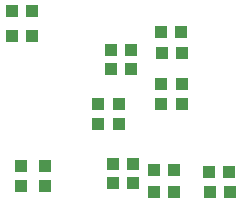
<source format=gbp>
%FSTAX23Y23*%
%MOIN*%
%SFA1B1*%

%IPPOS*%
%ADD10R,0.039370X0.043307*%
%ADD11R,0.043307X0.039370*%
%LNfpga_radio-1*%
%LPD*%
G54D10*
X024Y02115D03*
Y02181D03*
X0247Y02115D03*
Y02181D03*
X01935Y0184D03*
Y01906D03*
X02015Y0184D03*
Y01906D03*
X0219Y02115D03*
Y02048D03*
X0226Y02115D03*
Y02048D03*
G54D11*
X0247Y02285D03*
X02403D03*
X02469Y02353D03*
X02402D03*
X02235Y0223D03*
X02301D03*
X02235Y02295D03*
X02301D03*
X02629Y01889D03*
X02562D03*
X0263Y0182D03*
X02563D03*
X02444Y01894D03*
X02377D03*
X02445Y0182D03*
X02378D03*
X0224Y01915D03*
X02306D03*
X0224Y0185D03*
X02306D03*
X01905Y0234D03*
X01971D03*
X01905Y02425D03*
X01971D03*
M02*
</source>
